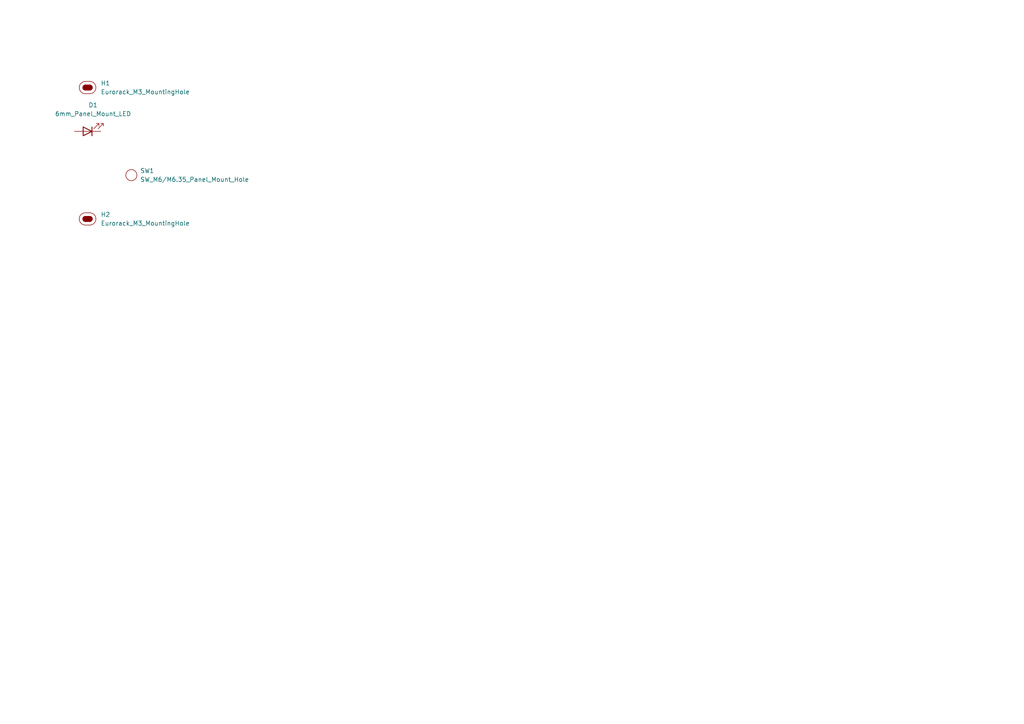
<source format=kicad_sch>
(kicad_sch (version 20250114) (generator "eeschema") (generator_version "9.0")
  (paper "A4")
  (lib_symbols
    (symbol "EXC:6mm_Panel_Mount_LED" (pin_numbers (hide yes)) (pin_names (offset 1.016) (hide yes))
      (property "Reference" "D" (at 0 2.54 0))
      (property "Value" "6mm_Panel_Mount_LED" (at 0 -3.556 0))
      (symbol "6mm_Panel_Mount_LED_0_1"
        (polyline (pts (xy -1.27 1.27) (xy -1.27 -1.27) (xy 1.27 0) (xy -1.27 1.27)) (stroke (width 0.254)))
        (polyline (pts (xy 1.27 1.27) (xy 1.27 -1.27)) (stroke (width 0.254)))
        (polyline (pts (xy 1.27 0) (xy -1.27 0)))
        (polyline (pts (xy 1.778 0.762) (xy 3.302 2.286) (xy 2.54 2.286) (xy 3.302 2.286) (xy 3.302 1.524)))
        (polyline (pts (xy 3.048 0.762) (xy 4.572 2.286) (xy 3.81 2.286) (xy 4.572 2.286) (xy 4.572 1.524)))
      )
      (symbol "6mm_Panel_Mount_LED_1_1"
        (pin passive line (at -3.81 0 0) (length 2.54) (name "A") (number "2"))
        (pin passive line (at 3.81 0 180) (length 2.54) (name "K") (number "1"))
      )
    )
    (symbol "EXC:Eurorack_M3_MountingHole" (pin_names (offset 1.016))
      (property "Reference" "H" (at 0 5.08 0))
      (property "Value" "Eurorack_M3_MountingHole" (at 0 3.175 0))
      (symbol "Eurorack_M3_MountingHole_0_1"
        (polyline (pts (xy -0.635 0.762) (xy 0.635 0.762)))
        (circle (center -0.635 0) (radius 0.762) (fill (type outline)))
        (arc (start -0.635 -0.762) (mid -1.397 0) (end -0.635 0.762))
        (arc (start -0.635 -1.778) (mid -2.413 0) (end -0.635 1.778))
        (polyline (pts (xy -0.635 -0.762) (xy 0.635 -0.762)))
        (polyline (pts (xy -0.635 -1.778) (xy 0.635 -1.778)))
        (circle (center 0 0) (radius 0.762) (fill (type outline)))
        (polyline (pts (xy 0.635 1.778) (xy -0.635 1.778)))
        (arc (start 0.6141 1.778) (mid 2.4131 0) (end 0.6141 -1.778))
        (arc (start 0.6227 0.762) (mid 1.3971 0) (end 0.6227 -0.762))
        (circle (center 0.635 0) (radius 0.762) (fill (type outline)))
      )
    )
    (symbol "EXC:SW_M6/6.35_Panel_Mount_Hole" (pin_names (offset 0) (hide yes))
      (property "Reference" "SW" (at 0 3.175 0))
      (property "Value" "SW_M6/M6.35_Panel_Mount_Hole" (at 0 -2.794 0))
      (symbol "SW_M6/6.35_Panel_Mount_Hole_0_0"
        (circle (center 0 0) (radius 1.6129))
      )
    )
  )
  (symbol (lib_id "EXC:SW_M6/6.35_Panel_Mount_Hole") (at 38.1 50.8 0) (unit 1)
    (property "Reference" "SW1" (at 40.64 49.5299 0) (effects (justify left)))
    (property "Value" "SW_M6/M6.35_Panel_Mount_Hole" (at 40.64 52.0699 0) (effects (justify left)))
    (property "Footprint" "EXC:SW_M6-M6.35_Panel_Mount_Hole" (effects (hide yes)))
    (property "Datasheet" "https://ae01.alicdn.com/kf/S30ba4cd8ca6748179fcb108112fb1d3fP.jpg" (effects (hide yes)))
    (property "Description" "Hole for the top of the panel of the switch so it allows space for the M6-ish nut to sit inside" (effects (hide yes)))
    (property "Source" "https://www.aliexpress.com/item/4000512396094.html" (effects (hide yes)))
  )
  (symbol (lib_id "EXC:Eurorack_M3_MountingHole") (at 25.4 25.4 0) (unit 1)
    (property "Reference" "H1" (at 29.21 24.1299 0) (effects (justify left)))
    (property "Value" "Eurorack_M3_MountingHole" (at 29.21 26.6699 0) (effects (justify left)))
    (property "Footprint" "EXC:MountingHole_3.2mm_M3" (effects (hide yes)))
    (property "Description" "Mounting Hole without connection" (effects (hide yes)))
  )
  (symbol (lib_id "EXC:6mm_Panel_Mount_LED") (at 25.4 38.1 0) (unit 1)
    (property "Reference" "D1" (at 26.9875 30.48 0))
    (property "Value" "6mm_Panel_Mount_LED" (at 26.9875 33.02 0))
    (property "Footprint" "EXC:6mm_Panel_Mount_LED" (effects (hide yes)))
    (property "Description" "Light emitting diode" (effects (hide yes)))
  )
  (symbol (lib_id "EXC:Eurorack_M3_MountingHole") (at 25.4 63.5 0) (unit 1)
    (property "Reference" "H2" (at 29.21 62.2299 0) (effects (justify left)))
    (property "Value" "Eurorack_M3_MountingHole" (at 29.21 64.7699 0) (effects (justify left)))
    (property "Footprint" "EXC:MountingHole_3.2mm_M3" (effects (hide yes)))
    (property "Description" "Mounting Hole without connection" (effects (hide yes)))
  )
)
</source>
